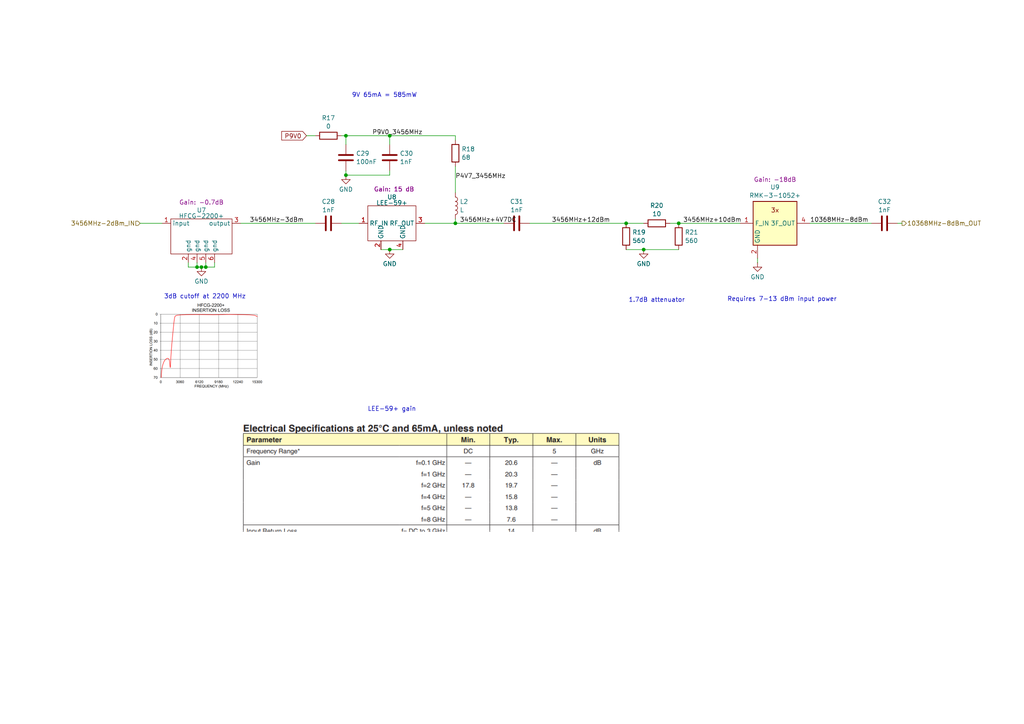
<source format=kicad_sch>
(kicad_sch (version 20231120) (generator "eeschema") (generator_version "8.0")
  (paper "A4")
  (lib_symbols
    (symbol "Device:C" (pin_numbers hide) (pin_names (offset 0.254))
      (property "Reference" "C" (at 0.635 2.54 0))
      (property "Value" "C" (at 0.635 -2.54 0))
      (symbol "C_0_1"
        (polyline (pts (xy -2.032 -0.762) (xy 2.032 -0.762)) (stroke (width 0.508)))
        (polyline (pts (xy -2.032 0.762) (xy 2.032 0.762)) (stroke (width 0.508)))
      )
      (symbol "C_1_1"
        (pin passive line (at 0 3.81 270) (length 2.794) (name "~") (number "1"))
        (pin passive line (at 0 -3.81 90) (length 2.794) (name "~") (number "2"))
      )
    )
    (symbol "Device:L" (pin_numbers hide) (pin_names (offset 1.016) hide)
      (property "Reference" "L" (at -1.27 0 90))
      (property "Value" "L" (at 1.905 0 90))
      (symbol "L_0_1"
        (arc (start 0 -2.54) (mid 0.6323 -1.905) (end 0 -1.27))
        (arc (start 0 -1.27) (mid 0.6323 -0.635) (end 0 0))
        (arc (start 0 0) (mid 0.6323 0.635) (end 0 1.27))
        (arc (start 0 1.27) (mid 0.6323 1.905) (end 0 2.54))
      )
      (symbol "L_1_1"
        (pin passive line (at 0 3.81 270) (length 1.27) (name "1") (number "1"))
        (pin passive line (at 0 -3.81 90) (length 1.27) (name "2") (number "2"))
      )
    )
    (symbol "Device:R" (pin_numbers hide) (pin_names (offset 0))
      (property "Reference" "R" (at 2.032 0 90))
      (property "Value" "R" (at 0 0 90))
      (symbol "R_0_1"
        (rectangle (start -1.016 -2.54) (end 1.016 2.54) (stroke (width 0.254)))
      )
      (symbol "R_1_1"
        (pin passive line (at 0 3.81 270) (length 1.27) (name "~") (number "1"))
        (pin passive line (at 0 -3.81 90) (length 1.27) (name "~") (number "2"))
      )
    )
    (symbol "HankLibrary:HFCG_4400+"
      (property "Reference" "U" (at 0 0 0))
      (symbol "HFCG_4400+_0_1"
        (rectangle (start -8.89 -1.27) (end 8.89 -11.43))
      )
      (symbol "HFCG_4400+_1_1"
        (pin input line (at -11.43 -2.54 0) (length 2.54) (name "input") (number "1"))
        (pin output line (at -3.81 -13.97 90) (length 2.54) (name "gnd") (number "2"))
        (pin output line (at 11.43 -2.54 180) (length 2.54) (name "output") (number "3"))
        (pin output line (at -1.27 -13.97 90) (length 2.54) (name "gnd") (number "4"))
        (pin output line (at 1.27 -13.97 90) (length 2.54) (name "gnd") (number "5"))
        (pin output line (at 3.81 -13.97 90) (length 2.54) (name "gnd") (number "6"))
      )
    )
    (symbol "HankLibrary:Lee-59+"
      (property "Reference" "U" (at 0 6.35 0))
      (symbol "Lee-59+_0_1"
        (rectangle (start -7.62 5.08) (end 6.35 -5.08))
      )
      (symbol "Lee-59+_1_1"
        (pin input line (at -10.16 0 0) (length 2.54) (name "RF_IN") (number "1"))
        (pin power_in line (at -3.81 -7.62 90) (length 2.54) (name "GND") (number "2"))
        (pin output line (at 8.89 0 180) (length 2.54) (name "RF_OUT") (number "3"))
        (pin power_in line (at 2.54 -7.62 90) (length 2.54) (name "GND") (number "4"))
      )
    )
    (symbol "RF:RMK-3-451"
      (property "Reference" "U" (at -6.35 7.62 0))
      (property "Value" "RMK-3-451" (at 6.35 7.62 0))
      (symbol "RMK-3-451_0_0"
        (text "3x" (at 0 3.81 0) (effects (font (size 1.27 1.27))))
      )
      (symbol "RMK-3-451_0_1"
        (rectangle (start -6.35 6.35) (end 6.35 -6.35) (stroke (width 0.254)) (fill (type background)))
      )
      (symbol "RMK-3-451_1_1"
        (pin input line (at -10.16 0 0) (length 3.81) (name "F_IN") (number "1"))
        (pin power_in line (at -5.08 -10.16 90) (length 3.81) (name "GND") (number "2"))
        (pin passive line (at -5.08 -10.16 90) (length 3.81) hide (name "GND") (number "3"))
        (pin output line (at 10.16 0 180) (length 3.81) (name "3F_OUT") (number "4"))
        (pin passive line (at -5.08 -10.16 90) (length 3.81) hide (name "GND") (number "5"))
        (pin passive line (at -5.08 -10.16 90) (length 3.81) hide (name "GND") (number "6"))
      )
    )
    (symbol "power:GND" (power) (pin_numbers hide) (pin_names (offset 0) hide)
      (property "Value" "GND" (at 0 -3.81 0))
      (symbol "GND_0_1"
        (polyline (pts (xy 0 0) (xy 0 -1.27) (xy 1.27 -1.27) (xy 0 -2.54) (xy -1.27 -1.27) (xy 0 -1.27)))
      )
      (symbol "GND_1_1"
        (pin power_in line (at 0 0 270) (length 0) (name "~") (number "1"))
      )
    )
  )
  (junction (at 196.85 64.77))
  (junction (at 113.03 72.39))
  (junction (at 181.61 64.77))
  (junction (at 100.33 50.8))
  (junction (at 57.15 77.47))
  (junction (at 186.69 72.39))
  (junction (at 100.33 39.37))
  (junction (at 58.42 77.47))
  (junction (at 59.69 77.47))
  (junction (at 113.03 39.37))
  (junction (at 132.08 64.77))
  (wire (pts (xy 110.49 72.39) (xy 113.03 72.39)))
  (wire (pts (xy 113.03 72.39) (xy 116.84 72.39)))
  (wire (pts (xy 57.15 77.47) (xy 57.15 76.2)))
  (wire (pts (xy 59.69 77.47) (xy 59.69 76.2)))
  (wire (pts (xy 181.61 64.77) (xy 186.69 64.77)))
  (wire (pts (xy 132.08 63.5) (xy 132.08 64.77)))
  (wire (pts (xy 234.95 64.77) (xy 252.73 64.77)))
  (wire (pts (xy 196.85 64.77) (xy 194.31 64.77)))
  (wire (pts (xy 113.03 39.37) (xy 113.03 41.91)))
  (wire (pts (xy 219.71 76.2) (xy 219.71 74.93)))
  (wire (pts (xy 123.19 64.77) (xy 132.08 64.77)))
  (wire (pts (xy 196.85 64.77) (xy 214.63 64.77)))
  (wire (pts (xy 100.33 49.53) (xy 100.33 50.8)))
  (wire (pts (xy 59.69 77.47) (xy 62.23 77.47)))
  (wire (pts (xy 153.67 64.77) (xy 181.61 64.77)))
  (wire (pts (xy 99.06 39.37) (xy 100.33 39.37)))
  (wire (pts (xy 181.61 72.39) (xy 186.69 72.39)))
  (wire (pts (xy 54.61 77.47) (xy 54.61 76.2)))
  (wire (pts (xy 260.35 64.77) (xy 261.62 64.77)))
  (wire (pts (xy 104.14 64.77) (xy 99.06 64.77)))
  (wire (pts (xy 57.15 77.47) (xy 58.42 77.47)))
  (wire (pts (xy 100.33 39.37) (xy 113.03 39.37)))
  (wire (pts (xy 58.42 77.47) (xy 59.69 77.47)))
  (wire (pts (xy 100.33 50.8) (xy 113.03 50.8)))
  (wire (pts (xy 132.08 48.26) (xy 132.08 55.88)))
  (wire (pts (xy 91.44 64.77) (xy 69.85 64.77)))
  (wire (pts (xy 62.23 77.47) (xy 62.23 76.2)))
  (wire (pts (xy 186.69 72.39) (xy 196.85 72.39)))
  (wire (pts (xy 113.03 39.37) (xy 132.08 39.37)))
  (wire (pts (xy 88.9 39.37) (xy 91.44 39.37)))
  (wire (pts (xy 54.61 77.47) (xy 57.15 77.47)))
  (wire (pts (xy 132.08 64.77) (xy 146.05 64.77)))
  (wire (pts (xy 100.33 39.37) (xy 100.33 41.91)))
  (wire (pts (xy 40.64 64.77) (xy 46.99 64.77)))
  (wire (pts (xy 113.03 49.53) (xy 113.03 50.8)))
  (wire (pts (xy 132.08 40.64) (xy 132.08 39.37)))
  (image (at 125.857 137.414) (scale 0.654069))
  (image (at 59.69 100.965) (scale 0.245341))
  (text "1.7dB attenuator" (at 190.5 87.122 0) (effects (font (size 1.27 1.27))))
  (text "Requires 7-13 dBm input power" (at 226.822 86.868 0) (effects (font (size 1.27 1.27))))
  (text "9V 65mA = 585mW" (at 111.506 27.686 0) (effects (font (size 1.27 1.27))))
  (text "LEE-59+ gain" (at 113.665 118.745 0) (effects (font (size 1.27 1.27))))
  (text "3dB cutoff at 2200 MHz" (at 59.436 86.106 0) (effects (font (size 1.27 1.27))))
  (label "3456MHz+12dBm" (at 160.02 64.77 0))
  (label "P4V7_3456MHz" (at 132.08 52.07 0))
  (label "3456MHz+4V7DC" (at 133.35 64.77 0))
  (label "P9V0_3456MHz" (at 107.95 39.37 0))
  (label "3456MHz+10dBm" (at 198.12 64.77 0))
  (label "3456MHz-3dBm" (at 72.39 64.77 0))
  (label "10368MHz-8dBm" (at 234.95 64.77 0))
  (global_label "P9V0" (shape input) (at 88.9 39.37 180) (property "Intersheetrefs" "${INTERSHEET_REFS}" (effects (hide yes))))
  (hierarchical_label "10368MHz-8dBm_OUT" (shape output) (at 261.62 64.77 0))
  (hierarchical_label "3456MHz-2dBm_IN" (shape input) (at 40.64 64.77 180))
  (symbol (lib_id "power:GND") (at 219.71 76.2 0) (unit 1)
    (property "Reference" "#PWR017" (effects (hide yes)))
    (property "Value" "GND" (at 219.71 80.3331 0))
    (property "Description" "Power symbol creates a global label with name \"GND\" , ground" (effects (hide yes)))
  )
  (symbol (lib_id "HankLibrary:HFCG_4400+") (at 58.42 62.23 0) (unit 1)
    (property "Reference" "U7" (at 58.42 60.9685 0))
    (property "Value" "HFCG-2200+" (at 58.42 62.6499 0))
    (property "Footprint" "OptoDevice:Broadcom_DFN-6_2x2mm_P0.65mm" (effects (hide yes)))
    (property "Datasheet" "https://www.mouser.se/datasheet/2/1030/HFCG_2200_2b-3077494.pdf" (effects (hide yes)))
    (property "Description" "2400 to 14000 MHz High Pass Filter " (effects (hide yes)))
    (property "Gain" "-0.7dB" (at 58.42 58.674 0) (show_name yes))
  )
  (symbol (lib_id "Device:C") (at 95.25 64.77 90) (unit 1)
    (property "Reference" "C28" (at 95.25 58.4665 90))
    (property "Value" "1nF" (at 95.25 60.8908 90))
    (property "Footprint" "Capacitor_SMD:C_0402_1005Metric_Pad0.74x0.62mm_HandSolder" (effects (hide yes)))
    (property "Description" "Unpolarized capacitor" (effects (hide yes)))
  )
  (symbol (lib_id "Device:R") (at 95.25 39.37 90) (unit 1)
    (property "Reference" "R17" (at 95.25 34.2095 90))
    (property "Value" "0" (at 95.25 36.6338 90))
    (property "Footprint" "Resistor_SMD:R_0603_1608Metric_Pad0.98x0.95mm_HandSolder" (effects (hide yes)))
    (property "Description" "Resistor" (effects (hide yes)))
  )
  (symbol (lib_id "power:GND") (at 100.33 50.8 0) (unit 1)
    (property "Reference" "#PWR014" (effects (hide yes)))
    (property "Value" "GND" (at 100.33 54.9331 0))
    (property "Description" "Power symbol creates a global label with name \"GND\" , ground" (effects (hide yes)))
  )
  (symbol (lib_id "Device:C") (at 113.03 45.72 180) (unit 1)
    (property "Reference" "C30" (at 115.951 44.5078 0) (effects (justify right)))
    (property "Value" "1nF" (at 115.951 46.9321 0) (effects (justify right)))
    (property "Footprint" "Capacitor_SMD:C_0402_1005Metric_Pad0.74x0.62mm_HandSolder" (effects (hide yes)))
    (property "Description" "Unpolarized capacitor" (effects (hide yes)))
  )
  (symbol (lib_id "Device:R") (at 190.5 64.77 90) (unit 1)
    (property "Reference" "R20" (at 190.5 59.6095 90))
    (property "Value" "10" (at 190.5 62.0338 90))
    (property "Footprint" "Resistor_SMD:R_0603_1608Metric_Pad0.98x0.95mm_HandSolder" (effects (hide yes)))
    (property "Description" "Resistor" (effects (hide yes)))
  )
  (symbol (lib_id "power:GND") (at 113.03 72.39 0) (unit 1)
    (property "Reference" "#PWR015" (effects (hide yes)))
    (property "Value" "GND" (at 113.03 76.5231 0))
    (property "Description" "Power symbol creates a global label with name \"GND\" , ground" (effects (hide yes)))
  )
  (symbol (lib_id "power:GND") (at 186.69 72.39 0) (unit 1)
    (property "Reference" "#PWR016" (effects (hide yes)))
    (property "Value" "GND" (at 186.69 76.5231 0))
    (property "Description" "Power symbol creates a global label with name \"GND\" , ground" (effects (hide yes)))
  )
  (symbol (lib_id "Device:R") (at 132.08 44.45 0) (unit 1)
    (property "Reference" "R18" (at 133.858 43.2378 0) (effects (justify left)))
    (property "Value" "68" (at 133.858 45.6621 0) (effects (justify left)))
    (property "Footprint" "Resistor_SMD:R_2512_6332Metric_Pad1.40x3.35mm_HandSolder" (effects (hide yes)))
    (property "Description" "Resistor" (effects (hide yes)))
  )
  (symbol (lib_id "Device:C") (at 149.86 64.77 270) (unit 1)
    (property "Reference" "C31" (at 149.86 58.4665 90))
    (property "Value" "1nF" (at 149.86 60.8908 90))
    (property "Footprint" "Capacitor_SMD:C_0402_1005Metric_Pad0.74x0.62mm_HandSolder" (effects (hide yes)))
    (property "Description" "Unpolarized capacitor" (effects (hide yes)))
  )
  (symbol (lib_id "Device:R") (at 196.85 68.58 0) (unit 1)
    (property "Reference" "R21" (at 198.628 67.3678 0) (effects (justify left)))
    (property "Value" "560" (at 198.628 69.7921 0) (effects (justify left)))
    (property "Footprint" "Resistor_SMD:R_0603_1608Metric_Pad0.98x0.95mm_HandSolder" (effects (hide yes)))
    (property "Description" "Resistor" (effects (hide yes)))
  )
  (symbol (lib_id "Device:R") (at 181.61 68.58 0) (unit 1)
    (property "Reference" "R19" (at 183.388 67.3678 0) (effects (justify left)))
    (property "Value" "560" (at 183.388 69.7921 0) (effects (justify left)))
    (property "Footprint" "Resistor_SMD:R_0603_1608Metric_Pad0.98x0.95mm_HandSolder" (effects (hide yes)))
    (property "Description" "Resistor" (effects (hide yes)))
  )
  (symbol (lib_id "Device:L") (at 132.08 59.69 0) (unit 1)
    (property "Reference" "L2" (at 133.3472 58.4778 0) (effects (justify left)))
    (property "Value" "L" (at 133.3472 60.9021 0) (effects (justify left)))
    (property "Footprint" "Inductor_SMD:L_0603_1608Metric_Pad1.05x0.95mm_HandSolder" (effects (hide yes)))
    (property "Description" "Inductor" (effects (hide yes)))
  )
  (symbol (lib_id "RF:RMK-3-451") (at 224.79 64.77 0) (unit 1)
    (property "Reference" "U9" (at 224.79 54.2755 0))
    (property "Value" "RMK-3-1052+" (at 224.79 56.6998 0))
    (property "Footprint" "RF_Mini-Circuits:Mini-Circuits_TT1224_LandPatternPL-258_ClockwisePinNumbering" (effects (hide yes)))
    (property "Datasheet" "https://www.mouser.se/datasheet/2/1030/RMK_3_1052_2b-3305585.pdf" (effects (hide yes)))
    (property "Description" "3x Frequency Multiplier, output 300 to 450 MHz, 50 Ohm, Mini-Circuits TT1224" (effects (hide yes)))
    (property "Gain" "-18dB" (at 224.79 52.07 0) (show_name yes))
  )
  (symbol (lib_id "Device:C") (at 100.33 45.72 180) (unit 1)
    (property "Reference" "C29" (at 103.251 44.5078 0) (effects (justify right)))
    (property "Value" "100nF" (at 103.251 46.9321 0) (effects (justify right)))
    (property "Footprint" "Capacitor_SMD:C_0603_1608Metric_Pad1.08x0.95mm_HandSolder" (effects (hide yes)))
    (property "Description" "Unpolarized capacitor" (effects (hide yes)))
  )
  (symbol (lib_id "HankLibrary:Lee-59+") (at 114.3 64.77 0) (unit 1)
    (property "Reference" "U8" (at 113.665 57.1585 0))
    (property "Value" "LEE-59+" (at 113.665 58.8399 0))
    (property "Footprint" "Package_DFN_QFN:Mini-Circuits_FG873-4_3x3mm" (effects (hide yes)))
    (property "Datasheet" "https://www.mouser.se/datasheet/2/1030/LEE_59_2b-1700827.pdf" (effects (hide yes)))
    (property "Description" "wideband amplifier DC-5GHz" (effects (hide yes)))
    (property "Gain" "15 dB" (at 114.3 54.864 0) (show_name yes))
  )
  (symbol (lib_id "Device:C") (at 256.54 64.77 90) (unit 1)
    (property "Reference" "C32" (at 256.54 58.4665 90))
    (property "Value" "1nF" (at 256.54 60.8908 90))
    (property "Footprint" "Capacitor_SMD:C_0402_1005Metric_Pad0.74x0.62mm_HandSolder" (effects (hide yes)))
    (property "Description" "Unpolarized capacitor" (effects (hide yes)))
  )
  (symbol (lib_id "power:GND") (at 58.42 77.47 0) (unit 1)
    (property "Reference" "#PWR013" (effects (hide yes)))
    (property "Value" "GND" (at 58.42 81.6031 0))
    (property "Description" "Power symbol creates a global label with name \"GND\" , ground" (effects (hide yes)))
  )
)
</source>
